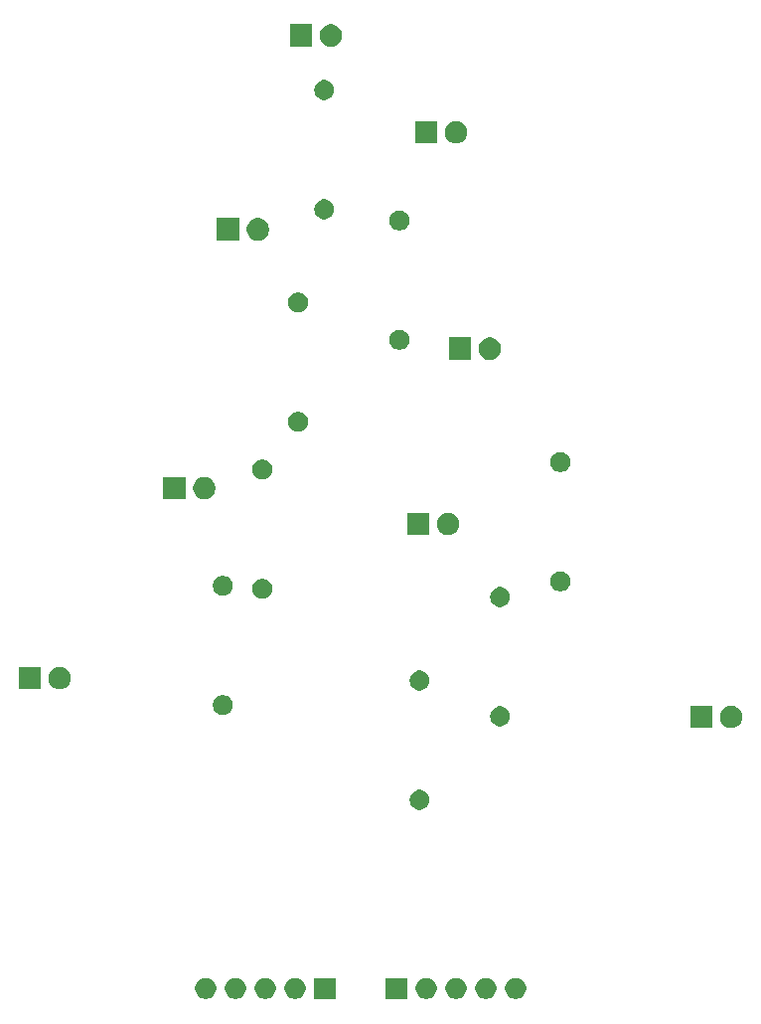
<source format=gts>
G04 #@! TF.GenerationSoftware,KiCad,Pcbnew,(5.1.5)-3*
G04 #@! TF.CreationDate,2020-10-31T02:18:32+01:00*
G04 #@! TF.ProjectId,Christmas B,43687269-7374-46d6-9173-20422e6b6963,rev?*
G04 #@! TF.SameCoordinates,Original*
G04 #@! TF.FileFunction,Soldermask,Top*
G04 #@! TF.FilePolarity,Negative*
%FSLAX46Y46*%
G04 Gerber Fmt 4.6, Leading zero omitted, Abs format (unit mm)*
G04 Created by KiCad (PCBNEW (5.1.5)-3) date 2020-10-31 02:18:32*
%MOMM*%
%LPD*%
G04 APERTURE LIST*
%ADD10C,0.100000*%
G04 APERTURE END LIST*
D10*
G36*
X108724000Y-149237000D02*
G01*
X106922000Y-149237000D01*
X106922000Y-147435000D01*
X108724000Y-147435000D01*
X108724000Y-149237000D01*
G37*
G36*
X115556512Y-147439927D02*
G01*
X115705812Y-147469624D01*
X115869784Y-147537544D01*
X116017354Y-147636147D01*
X116142853Y-147761646D01*
X116241456Y-147909216D01*
X116309376Y-148073188D01*
X116344000Y-148247259D01*
X116344000Y-148424741D01*
X116309376Y-148598812D01*
X116241456Y-148762784D01*
X116142853Y-148910354D01*
X116017354Y-149035853D01*
X115869784Y-149134456D01*
X115705812Y-149202376D01*
X115556512Y-149232073D01*
X115531742Y-149237000D01*
X115354258Y-149237000D01*
X115329488Y-149232073D01*
X115180188Y-149202376D01*
X115016216Y-149134456D01*
X114868646Y-149035853D01*
X114743147Y-148910354D01*
X114644544Y-148762784D01*
X114576624Y-148598812D01*
X114542000Y-148424741D01*
X114542000Y-148247259D01*
X114576624Y-148073188D01*
X114644544Y-147909216D01*
X114743147Y-147761646D01*
X114868646Y-147636147D01*
X115016216Y-147537544D01*
X115180188Y-147469624D01*
X115329488Y-147439927D01*
X115354258Y-147435000D01*
X115531742Y-147435000D01*
X115556512Y-147439927D01*
G37*
G36*
X102628000Y-149237000D02*
G01*
X100826000Y-149237000D01*
X100826000Y-147435000D01*
X102628000Y-147435000D01*
X102628000Y-149237000D01*
G37*
G36*
X99300512Y-147439927D02*
G01*
X99449812Y-147469624D01*
X99613784Y-147537544D01*
X99761354Y-147636147D01*
X99886853Y-147761646D01*
X99985456Y-147909216D01*
X100053376Y-148073188D01*
X100088000Y-148247259D01*
X100088000Y-148424741D01*
X100053376Y-148598812D01*
X99985456Y-148762784D01*
X99886853Y-148910354D01*
X99761354Y-149035853D01*
X99613784Y-149134456D01*
X99449812Y-149202376D01*
X99300512Y-149232073D01*
X99275742Y-149237000D01*
X99098258Y-149237000D01*
X99073488Y-149232073D01*
X98924188Y-149202376D01*
X98760216Y-149134456D01*
X98612646Y-149035853D01*
X98487147Y-148910354D01*
X98388544Y-148762784D01*
X98320624Y-148598812D01*
X98286000Y-148424741D01*
X98286000Y-148247259D01*
X98320624Y-148073188D01*
X98388544Y-147909216D01*
X98487147Y-147761646D01*
X98612646Y-147636147D01*
X98760216Y-147537544D01*
X98924188Y-147469624D01*
X99073488Y-147439927D01*
X99098258Y-147435000D01*
X99275742Y-147435000D01*
X99300512Y-147439927D01*
G37*
G36*
X96760512Y-147439927D02*
G01*
X96909812Y-147469624D01*
X97073784Y-147537544D01*
X97221354Y-147636147D01*
X97346853Y-147761646D01*
X97445456Y-147909216D01*
X97513376Y-148073188D01*
X97548000Y-148247259D01*
X97548000Y-148424741D01*
X97513376Y-148598812D01*
X97445456Y-148762784D01*
X97346853Y-148910354D01*
X97221354Y-149035853D01*
X97073784Y-149134456D01*
X96909812Y-149202376D01*
X96760512Y-149232073D01*
X96735742Y-149237000D01*
X96558258Y-149237000D01*
X96533488Y-149232073D01*
X96384188Y-149202376D01*
X96220216Y-149134456D01*
X96072646Y-149035853D01*
X95947147Y-148910354D01*
X95848544Y-148762784D01*
X95780624Y-148598812D01*
X95746000Y-148424741D01*
X95746000Y-148247259D01*
X95780624Y-148073188D01*
X95848544Y-147909216D01*
X95947147Y-147761646D01*
X96072646Y-147636147D01*
X96220216Y-147537544D01*
X96384188Y-147469624D01*
X96533488Y-147439927D01*
X96558258Y-147435000D01*
X96735742Y-147435000D01*
X96760512Y-147439927D01*
G37*
G36*
X94220512Y-147439927D02*
G01*
X94369812Y-147469624D01*
X94533784Y-147537544D01*
X94681354Y-147636147D01*
X94806853Y-147761646D01*
X94905456Y-147909216D01*
X94973376Y-148073188D01*
X95008000Y-148247259D01*
X95008000Y-148424741D01*
X94973376Y-148598812D01*
X94905456Y-148762784D01*
X94806853Y-148910354D01*
X94681354Y-149035853D01*
X94533784Y-149134456D01*
X94369812Y-149202376D01*
X94220512Y-149232073D01*
X94195742Y-149237000D01*
X94018258Y-149237000D01*
X93993488Y-149232073D01*
X93844188Y-149202376D01*
X93680216Y-149134456D01*
X93532646Y-149035853D01*
X93407147Y-148910354D01*
X93308544Y-148762784D01*
X93240624Y-148598812D01*
X93206000Y-148424741D01*
X93206000Y-148247259D01*
X93240624Y-148073188D01*
X93308544Y-147909216D01*
X93407147Y-147761646D01*
X93532646Y-147636147D01*
X93680216Y-147537544D01*
X93844188Y-147469624D01*
X93993488Y-147439927D01*
X94018258Y-147435000D01*
X94195742Y-147435000D01*
X94220512Y-147439927D01*
G37*
G36*
X91680512Y-147439927D02*
G01*
X91829812Y-147469624D01*
X91993784Y-147537544D01*
X92141354Y-147636147D01*
X92266853Y-147761646D01*
X92365456Y-147909216D01*
X92433376Y-148073188D01*
X92468000Y-148247259D01*
X92468000Y-148424741D01*
X92433376Y-148598812D01*
X92365456Y-148762784D01*
X92266853Y-148910354D01*
X92141354Y-149035853D01*
X91993784Y-149134456D01*
X91829812Y-149202376D01*
X91680512Y-149232073D01*
X91655742Y-149237000D01*
X91478258Y-149237000D01*
X91453488Y-149232073D01*
X91304188Y-149202376D01*
X91140216Y-149134456D01*
X90992646Y-149035853D01*
X90867147Y-148910354D01*
X90768544Y-148762784D01*
X90700624Y-148598812D01*
X90666000Y-148424741D01*
X90666000Y-148247259D01*
X90700624Y-148073188D01*
X90768544Y-147909216D01*
X90867147Y-147761646D01*
X90992646Y-147636147D01*
X91140216Y-147537544D01*
X91304188Y-147469624D01*
X91453488Y-147439927D01*
X91478258Y-147435000D01*
X91655742Y-147435000D01*
X91680512Y-147439927D01*
G37*
G36*
X118096512Y-147439927D02*
G01*
X118245812Y-147469624D01*
X118409784Y-147537544D01*
X118557354Y-147636147D01*
X118682853Y-147761646D01*
X118781456Y-147909216D01*
X118849376Y-148073188D01*
X118884000Y-148247259D01*
X118884000Y-148424741D01*
X118849376Y-148598812D01*
X118781456Y-148762784D01*
X118682853Y-148910354D01*
X118557354Y-149035853D01*
X118409784Y-149134456D01*
X118245812Y-149202376D01*
X118096512Y-149232073D01*
X118071742Y-149237000D01*
X117894258Y-149237000D01*
X117869488Y-149232073D01*
X117720188Y-149202376D01*
X117556216Y-149134456D01*
X117408646Y-149035853D01*
X117283147Y-148910354D01*
X117184544Y-148762784D01*
X117116624Y-148598812D01*
X117082000Y-148424741D01*
X117082000Y-148247259D01*
X117116624Y-148073188D01*
X117184544Y-147909216D01*
X117283147Y-147761646D01*
X117408646Y-147636147D01*
X117556216Y-147537544D01*
X117720188Y-147469624D01*
X117869488Y-147439927D01*
X117894258Y-147435000D01*
X118071742Y-147435000D01*
X118096512Y-147439927D01*
G37*
G36*
X113016512Y-147439927D02*
G01*
X113165812Y-147469624D01*
X113329784Y-147537544D01*
X113477354Y-147636147D01*
X113602853Y-147761646D01*
X113701456Y-147909216D01*
X113769376Y-148073188D01*
X113804000Y-148247259D01*
X113804000Y-148424741D01*
X113769376Y-148598812D01*
X113701456Y-148762784D01*
X113602853Y-148910354D01*
X113477354Y-149035853D01*
X113329784Y-149134456D01*
X113165812Y-149202376D01*
X113016512Y-149232073D01*
X112991742Y-149237000D01*
X112814258Y-149237000D01*
X112789488Y-149232073D01*
X112640188Y-149202376D01*
X112476216Y-149134456D01*
X112328646Y-149035853D01*
X112203147Y-148910354D01*
X112104544Y-148762784D01*
X112036624Y-148598812D01*
X112002000Y-148424741D01*
X112002000Y-148247259D01*
X112036624Y-148073188D01*
X112104544Y-147909216D01*
X112203147Y-147761646D01*
X112328646Y-147636147D01*
X112476216Y-147537544D01*
X112640188Y-147469624D01*
X112789488Y-147439927D01*
X112814258Y-147435000D01*
X112991742Y-147435000D01*
X113016512Y-147439927D01*
G37*
G36*
X110476512Y-147439927D02*
G01*
X110625812Y-147469624D01*
X110789784Y-147537544D01*
X110937354Y-147636147D01*
X111062853Y-147761646D01*
X111161456Y-147909216D01*
X111229376Y-148073188D01*
X111264000Y-148247259D01*
X111264000Y-148424741D01*
X111229376Y-148598812D01*
X111161456Y-148762784D01*
X111062853Y-148910354D01*
X110937354Y-149035853D01*
X110789784Y-149134456D01*
X110625812Y-149202376D01*
X110476512Y-149232073D01*
X110451742Y-149237000D01*
X110274258Y-149237000D01*
X110249488Y-149232073D01*
X110100188Y-149202376D01*
X109936216Y-149134456D01*
X109788646Y-149035853D01*
X109663147Y-148910354D01*
X109564544Y-148762784D01*
X109496624Y-148598812D01*
X109462000Y-148424741D01*
X109462000Y-148247259D01*
X109496624Y-148073188D01*
X109564544Y-147909216D01*
X109663147Y-147761646D01*
X109788646Y-147636147D01*
X109936216Y-147537544D01*
X110100188Y-147469624D01*
X110249488Y-147439927D01*
X110274258Y-147435000D01*
X110451742Y-147435000D01*
X110476512Y-147439927D01*
G37*
G36*
X110039728Y-131452203D02*
G01*
X110194600Y-131516353D01*
X110333981Y-131609485D01*
X110452515Y-131728019D01*
X110545647Y-131867400D01*
X110609797Y-132022272D01*
X110642500Y-132186684D01*
X110642500Y-132354316D01*
X110609797Y-132518728D01*
X110545647Y-132673600D01*
X110452515Y-132812981D01*
X110333981Y-132931515D01*
X110194600Y-133024647D01*
X110039728Y-133088797D01*
X109875316Y-133121500D01*
X109707684Y-133121500D01*
X109543272Y-133088797D01*
X109388400Y-133024647D01*
X109249019Y-132931515D01*
X109130485Y-132812981D01*
X109037353Y-132673600D01*
X108973203Y-132518728D01*
X108940500Y-132354316D01*
X108940500Y-132186684D01*
X108973203Y-132022272D01*
X109037353Y-131867400D01*
X109130485Y-131728019D01*
X109249019Y-131609485D01*
X109388400Y-131516353D01*
X109543272Y-131452203D01*
X109707684Y-131419500D01*
X109875316Y-131419500D01*
X110039728Y-131452203D01*
G37*
G36*
X134745500Y-126173000D02*
G01*
X132843500Y-126173000D01*
X132843500Y-124271000D01*
X134745500Y-124271000D01*
X134745500Y-126173000D01*
G37*
G36*
X136611895Y-124307546D02*
G01*
X136784966Y-124379234D01*
X136822559Y-124404353D01*
X136940727Y-124483310D01*
X137073190Y-124615773D01*
X137073191Y-124615775D01*
X137177266Y-124771534D01*
X137248954Y-124944605D01*
X137285500Y-125128333D01*
X137285500Y-125315667D01*
X137248954Y-125499395D01*
X137177266Y-125672466D01*
X137158213Y-125700981D01*
X137073190Y-125828227D01*
X136940727Y-125960690D01*
X136916624Y-125976795D01*
X136784966Y-126064766D01*
X136611895Y-126136454D01*
X136428167Y-126173000D01*
X136240833Y-126173000D01*
X136057105Y-126136454D01*
X135884034Y-126064766D01*
X135752376Y-125976795D01*
X135728273Y-125960690D01*
X135595810Y-125828227D01*
X135510787Y-125700981D01*
X135491734Y-125672466D01*
X135420046Y-125499395D01*
X135383500Y-125315667D01*
X135383500Y-125128333D01*
X135420046Y-124944605D01*
X135491734Y-124771534D01*
X135595809Y-124615775D01*
X135595810Y-124615773D01*
X135728273Y-124483310D01*
X135846441Y-124404353D01*
X135884034Y-124379234D01*
X136057105Y-124307546D01*
X136240833Y-124271000D01*
X136428167Y-124271000D01*
X136611895Y-124307546D01*
G37*
G36*
X116897728Y-124340203D02*
G01*
X117052600Y-124404353D01*
X117191981Y-124497485D01*
X117310515Y-124616019D01*
X117403647Y-124755400D01*
X117467797Y-124910272D01*
X117500500Y-125074684D01*
X117500500Y-125242316D01*
X117467797Y-125406728D01*
X117403647Y-125561600D01*
X117310515Y-125700981D01*
X117191981Y-125819515D01*
X117052600Y-125912647D01*
X116897728Y-125976797D01*
X116733316Y-126009500D01*
X116565684Y-126009500D01*
X116401272Y-125976797D01*
X116246400Y-125912647D01*
X116107019Y-125819515D01*
X115988485Y-125700981D01*
X115895353Y-125561600D01*
X115831203Y-125406728D01*
X115798500Y-125242316D01*
X115798500Y-125074684D01*
X115831203Y-124910272D01*
X115895353Y-124755400D01*
X115988485Y-124616019D01*
X116107019Y-124497485D01*
X116246400Y-124404353D01*
X116401272Y-124340203D01*
X116565684Y-124307500D01*
X116733316Y-124307500D01*
X116897728Y-124340203D01*
G37*
G36*
X93275728Y-123387703D02*
G01*
X93430600Y-123451853D01*
X93569981Y-123544985D01*
X93688515Y-123663519D01*
X93781647Y-123802900D01*
X93845797Y-123957772D01*
X93878500Y-124122184D01*
X93878500Y-124289816D01*
X93845797Y-124454228D01*
X93781647Y-124609100D01*
X93688515Y-124748481D01*
X93569981Y-124867015D01*
X93430600Y-124960147D01*
X93275728Y-125024297D01*
X93111316Y-125057000D01*
X92943684Y-125057000D01*
X92779272Y-125024297D01*
X92624400Y-124960147D01*
X92485019Y-124867015D01*
X92366485Y-124748481D01*
X92273353Y-124609100D01*
X92209203Y-124454228D01*
X92176500Y-124289816D01*
X92176500Y-124122184D01*
X92209203Y-123957772D01*
X92273353Y-123802900D01*
X92366485Y-123663519D01*
X92485019Y-123544985D01*
X92624400Y-123451853D01*
X92779272Y-123387703D01*
X92943684Y-123355000D01*
X93111316Y-123355000D01*
X93275728Y-123387703D01*
G37*
G36*
X110039728Y-121292203D02*
G01*
X110194600Y-121356353D01*
X110333981Y-121449485D01*
X110452515Y-121568019D01*
X110545647Y-121707400D01*
X110609797Y-121862272D01*
X110642500Y-122026684D01*
X110642500Y-122194316D01*
X110609797Y-122358728D01*
X110545647Y-122513600D01*
X110452515Y-122652981D01*
X110333981Y-122771515D01*
X110194600Y-122864647D01*
X110039728Y-122928797D01*
X109875316Y-122961500D01*
X109707684Y-122961500D01*
X109543272Y-122928797D01*
X109388400Y-122864647D01*
X109249019Y-122771515D01*
X109130485Y-122652981D01*
X109037353Y-122513600D01*
X108973203Y-122358728D01*
X108940500Y-122194316D01*
X108940500Y-122026684D01*
X108973203Y-121862272D01*
X109037353Y-121707400D01*
X109130485Y-121568019D01*
X109249019Y-121449485D01*
X109388400Y-121356353D01*
X109543272Y-121292203D01*
X109707684Y-121259500D01*
X109875316Y-121259500D01*
X110039728Y-121292203D01*
G37*
G36*
X79398395Y-121005546D02*
G01*
X79571466Y-121077234D01*
X79571467Y-121077235D01*
X79727227Y-121181310D01*
X79859690Y-121313773D01*
X79859691Y-121313775D01*
X79963766Y-121469534D01*
X80035454Y-121642605D01*
X80072000Y-121826333D01*
X80072000Y-122013667D01*
X80035454Y-122197395D01*
X79963766Y-122370466D01*
X79963765Y-122370467D01*
X79859690Y-122526227D01*
X79727227Y-122658690D01*
X79648818Y-122711081D01*
X79571466Y-122762766D01*
X79398395Y-122834454D01*
X79214667Y-122871000D01*
X79027333Y-122871000D01*
X78843605Y-122834454D01*
X78670534Y-122762766D01*
X78593182Y-122711081D01*
X78514773Y-122658690D01*
X78382310Y-122526227D01*
X78278235Y-122370467D01*
X78278234Y-122370466D01*
X78206546Y-122197395D01*
X78170000Y-122013667D01*
X78170000Y-121826333D01*
X78206546Y-121642605D01*
X78278234Y-121469534D01*
X78382309Y-121313775D01*
X78382310Y-121313773D01*
X78514773Y-121181310D01*
X78670533Y-121077235D01*
X78670534Y-121077234D01*
X78843605Y-121005546D01*
X79027333Y-120969000D01*
X79214667Y-120969000D01*
X79398395Y-121005546D01*
G37*
G36*
X77532000Y-122871000D02*
G01*
X75630000Y-122871000D01*
X75630000Y-120969000D01*
X77532000Y-120969000D01*
X77532000Y-122871000D01*
G37*
G36*
X116897728Y-114180203D02*
G01*
X117052600Y-114244353D01*
X117191981Y-114337485D01*
X117310515Y-114456019D01*
X117403647Y-114595400D01*
X117467797Y-114750272D01*
X117500500Y-114914684D01*
X117500500Y-115082316D01*
X117467797Y-115246728D01*
X117403647Y-115401600D01*
X117310515Y-115540981D01*
X117191981Y-115659515D01*
X117052600Y-115752647D01*
X116897728Y-115816797D01*
X116733316Y-115849500D01*
X116565684Y-115849500D01*
X116401272Y-115816797D01*
X116246400Y-115752647D01*
X116107019Y-115659515D01*
X115988485Y-115540981D01*
X115895353Y-115401600D01*
X115831203Y-115246728D01*
X115798500Y-115082316D01*
X115798500Y-114914684D01*
X115831203Y-114750272D01*
X115895353Y-114595400D01*
X115988485Y-114456019D01*
X116107019Y-114337485D01*
X116246400Y-114244353D01*
X116401272Y-114180203D01*
X116565684Y-114147500D01*
X116733316Y-114147500D01*
X116897728Y-114180203D01*
G37*
G36*
X96641228Y-113481703D02*
G01*
X96796100Y-113545853D01*
X96935481Y-113638985D01*
X97054015Y-113757519D01*
X97147147Y-113896900D01*
X97211297Y-114051772D01*
X97244000Y-114216184D01*
X97244000Y-114383816D01*
X97211297Y-114548228D01*
X97147147Y-114703100D01*
X97054015Y-114842481D01*
X96935481Y-114961015D01*
X96796100Y-115054147D01*
X96641228Y-115118297D01*
X96476816Y-115151000D01*
X96309184Y-115151000D01*
X96144772Y-115118297D01*
X95989900Y-115054147D01*
X95850519Y-114961015D01*
X95731985Y-114842481D01*
X95638853Y-114703100D01*
X95574703Y-114548228D01*
X95542000Y-114383816D01*
X95542000Y-114216184D01*
X95574703Y-114051772D01*
X95638853Y-113896900D01*
X95731985Y-113757519D01*
X95850519Y-113638985D01*
X95989900Y-113545853D01*
X96144772Y-113481703D01*
X96309184Y-113449000D01*
X96476816Y-113449000D01*
X96641228Y-113481703D01*
G37*
G36*
X93275728Y-113227703D02*
G01*
X93430600Y-113291853D01*
X93569981Y-113384985D01*
X93688515Y-113503519D01*
X93781647Y-113642900D01*
X93845797Y-113797772D01*
X93878500Y-113962184D01*
X93878500Y-114129816D01*
X93845797Y-114294228D01*
X93781647Y-114449100D01*
X93688515Y-114588481D01*
X93569981Y-114707015D01*
X93430600Y-114800147D01*
X93275728Y-114864297D01*
X93111316Y-114897000D01*
X92943684Y-114897000D01*
X92779272Y-114864297D01*
X92624400Y-114800147D01*
X92485019Y-114707015D01*
X92366485Y-114588481D01*
X92273353Y-114449100D01*
X92209203Y-114294228D01*
X92176500Y-114129816D01*
X92176500Y-113962184D01*
X92209203Y-113797772D01*
X92273353Y-113642900D01*
X92366485Y-113503519D01*
X92485019Y-113384985D01*
X92624400Y-113291853D01*
X92779272Y-113227703D01*
X92943684Y-113195000D01*
X93111316Y-113195000D01*
X93275728Y-113227703D01*
G37*
G36*
X122041228Y-112846703D02*
G01*
X122196100Y-112910853D01*
X122335481Y-113003985D01*
X122454015Y-113122519D01*
X122547147Y-113261900D01*
X122611297Y-113416772D01*
X122644000Y-113581184D01*
X122644000Y-113748816D01*
X122611297Y-113913228D01*
X122547147Y-114068100D01*
X122454015Y-114207481D01*
X122335481Y-114326015D01*
X122196100Y-114419147D01*
X122041228Y-114483297D01*
X121876816Y-114516000D01*
X121709184Y-114516000D01*
X121544772Y-114483297D01*
X121389900Y-114419147D01*
X121250519Y-114326015D01*
X121131985Y-114207481D01*
X121038853Y-114068100D01*
X120974703Y-113913228D01*
X120942000Y-113748816D01*
X120942000Y-113581184D01*
X120974703Y-113416772D01*
X121038853Y-113261900D01*
X121131985Y-113122519D01*
X121250519Y-113003985D01*
X121389900Y-112910853D01*
X121544772Y-112846703D01*
X121709184Y-112814000D01*
X121876816Y-112814000D01*
X122041228Y-112846703D01*
G37*
G36*
X112481895Y-107861046D02*
G01*
X112654966Y-107932734D01*
X112654967Y-107932735D01*
X112810727Y-108036810D01*
X112943190Y-108169273D01*
X112943191Y-108169275D01*
X113047266Y-108325034D01*
X113118954Y-108498105D01*
X113155500Y-108681833D01*
X113155500Y-108869167D01*
X113118954Y-109052895D01*
X113047266Y-109225966D01*
X113047265Y-109225967D01*
X112943190Y-109381727D01*
X112810727Y-109514190D01*
X112732318Y-109566581D01*
X112654966Y-109618266D01*
X112481895Y-109689954D01*
X112298167Y-109726500D01*
X112110833Y-109726500D01*
X111927105Y-109689954D01*
X111754034Y-109618266D01*
X111676682Y-109566581D01*
X111598273Y-109514190D01*
X111465810Y-109381727D01*
X111361735Y-109225967D01*
X111361734Y-109225966D01*
X111290046Y-109052895D01*
X111253500Y-108869167D01*
X111253500Y-108681833D01*
X111290046Y-108498105D01*
X111361734Y-108325034D01*
X111465809Y-108169275D01*
X111465810Y-108169273D01*
X111598273Y-108036810D01*
X111754033Y-107932735D01*
X111754034Y-107932734D01*
X111927105Y-107861046D01*
X112110833Y-107824500D01*
X112298167Y-107824500D01*
X112481895Y-107861046D01*
G37*
G36*
X110615500Y-109726500D02*
G01*
X108713500Y-109726500D01*
X108713500Y-107824500D01*
X110615500Y-107824500D01*
X110615500Y-109726500D01*
G37*
G36*
X89851000Y-106678500D02*
G01*
X87949000Y-106678500D01*
X87949000Y-104776500D01*
X89851000Y-104776500D01*
X89851000Y-106678500D01*
G37*
G36*
X91717395Y-104813046D02*
G01*
X91890466Y-104884734D01*
X91904555Y-104894148D01*
X92046227Y-104988810D01*
X92178690Y-105121273D01*
X92178691Y-105121275D01*
X92282766Y-105277034D01*
X92354454Y-105450105D01*
X92391000Y-105633833D01*
X92391000Y-105821167D01*
X92354454Y-106004895D01*
X92282766Y-106177966D01*
X92282765Y-106177967D01*
X92178690Y-106333727D01*
X92046227Y-106466190D01*
X91967818Y-106518581D01*
X91890466Y-106570266D01*
X91717395Y-106641954D01*
X91533667Y-106678500D01*
X91346333Y-106678500D01*
X91162605Y-106641954D01*
X90989534Y-106570266D01*
X90912182Y-106518581D01*
X90833773Y-106466190D01*
X90701310Y-106333727D01*
X90597235Y-106177967D01*
X90597234Y-106177966D01*
X90525546Y-106004895D01*
X90489000Y-105821167D01*
X90489000Y-105633833D01*
X90525546Y-105450105D01*
X90597234Y-105277034D01*
X90701309Y-105121275D01*
X90701310Y-105121273D01*
X90833773Y-104988810D01*
X90975445Y-104894148D01*
X90989534Y-104884734D01*
X91162605Y-104813046D01*
X91346333Y-104776500D01*
X91533667Y-104776500D01*
X91717395Y-104813046D01*
G37*
G36*
X96641228Y-103321703D02*
G01*
X96796100Y-103385853D01*
X96935481Y-103478985D01*
X97054015Y-103597519D01*
X97147147Y-103736900D01*
X97211297Y-103891772D01*
X97244000Y-104056184D01*
X97244000Y-104223816D01*
X97211297Y-104388228D01*
X97147147Y-104543100D01*
X97054015Y-104682481D01*
X96935481Y-104801015D01*
X96796100Y-104894147D01*
X96641228Y-104958297D01*
X96476816Y-104991000D01*
X96309184Y-104991000D01*
X96144772Y-104958297D01*
X95989900Y-104894147D01*
X95850519Y-104801015D01*
X95731985Y-104682481D01*
X95638853Y-104543100D01*
X95574703Y-104388228D01*
X95542000Y-104223816D01*
X95542000Y-104056184D01*
X95574703Y-103891772D01*
X95638853Y-103736900D01*
X95731985Y-103597519D01*
X95850519Y-103478985D01*
X95989900Y-103385853D01*
X96144772Y-103321703D01*
X96309184Y-103289000D01*
X96476816Y-103289000D01*
X96641228Y-103321703D01*
G37*
G36*
X122041228Y-102686703D02*
G01*
X122196100Y-102750853D01*
X122335481Y-102843985D01*
X122454015Y-102962519D01*
X122547147Y-103101900D01*
X122611297Y-103256772D01*
X122644000Y-103421184D01*
X122644000Y-103588816D01*
X122611297Y-103753228D01*
X122547147Y-103908100D01*
X122454015Y-104047481D01*
X122335481Y-104166015D01*
X122196100Y-104259147D01*
X122041228Y-104323297D01*
X121876816Y-104356000D01*
X121709184Y-104356000D01*
X121544772Y-104323297D01*
X121389900Y-104259147D01*
X121250519Y-104166015D01*
X121131985Y-104047481D01*
X121038853Y-103908100D01*
X120974703Y-103753228D01*
X120942000Y-103588816D01*
X120942000Y-103421184D01*
X120974703Y-103256772D01*
X121038853Y-103101900D01*
X121131985Y-102962519D01*
X121250519Y-102843985D01*
X121389900Y-102750853D01*
X121544772Y-102686703D01*
X121709184Y-102654000D01*
X121876816Y-102654000D01*
X122041228Y-102686703D01*
G37*
G36*
X99689228Y-99257703D02*
G01*
X99844100Y-99321853D01*
X99983481Y-99414985D01*
X100102015Y-99533519D01*
X100195147Y-99672900D01*
X100259297Y-99827772D01*
X100292000Y-99992184D01*
X100292000Y-100159816D01*
X100259297Y-100324228D01*
X100195147Y-100479100D01*
X100102015Y-100618481D01*
X99983481Y-100737015D01*
X99844100Y-100830147D01*
X99689228Y-100894297D01*
X99524816Y-100927000D01*
X99357184Y-100927000D01*
X99192772Y-100894297D01*
X99037900Y-100830147D01*
X98898519Y-100737015D01*
X98779985Y-100618481D01*
X98686853Y-100479100D01*
X98622703Y-100324228D01*
X98590000Y-100159816D01*
X98590000Y-99992184D01*
X98622703Y-99827772D01*
X98686853Y-99672900D01*
X98779985Y-99533519D01*
X98898519Y-99414985D01*
X99037900Y-99321853D01*
X99192772Y-99257703D01*
X99357184Y-99225000D01*
X99524816Y-99225000D01*
X99689228Y-99257703D01*
G37*
G36*
X116037895Y-92938546D02*
G01*
X116210966Y-93010234D01*
X116210967Y-93010235D01*
X116366727Y-93114310D01*
X116499190Y-93246773D01*
X116499191Y-93246775D01*
X116603266Y-93402534D01*
X116674954Y-93575605D01*
X116711500Y-93759333D01*
X116711500Y-93946667D01*
X116674954Y-94130395D01*
X116603266Y-94303466D01*
X116603265Y-94303467D01*
X116499190Y-94459227D01*
X116366727Y-94591690D01*
X116288318Y-94644081D01*
X116210966Y-94695766D01*
X116037895Y-94767454D01*
X115854167Y-94804000D01*
X115666833Y-94804000D01*
X115483105Y-94767454D01*
X115310034Y-94695766D01*
X115232682Y-94644081D01*
X115154273Y-94591690D01*
X115021810Y-94459227D01*
X114917735Y-94303467D01*
X114917734Y-94303466D01*
X114846046Y-94130395D01*
X114809500Y-93946667D01*
X114809500Y-93759333D01*
X114846046Y-93575605D01*
X114917734Y-93402534D01*
X115021809Y-93246775D01*
X115021810Y-93246773D01*
X115154273Y-93114310D01*
X115310033Y-93010235D01*
X115310034Y-93010234D01*
X115483105Y-92938546D01*
X115666833Y-92902000D01*
X115854167Y-92902000D01*
X116037895Y-92938546D01*
G37*
G36*
X114171500Y-94804000D02*
G01*
X112269500Y-94804000D01*
X112269500Y-92902000D01*
X114171500Y-92902000D01*
X114171500Y-94804000D01*
G37*
G36*
X108325228Y-92272703D02*
G01*
X108480100Y-92336853D01*
X108619481Y-92429985D01*
X108738015Y-92548519D01*
X108831147Y-92687900D01*
X108895297Y-92842772D01*
X108928000Y-93007184D01*
X108928000Y-93174816D01*
X108895297Y-93339228D01*
X108831147Y-93494100D01*
X108738015Y-93633481D01*
X108619481Y-93752015D01*
X108480100Y-93845147D01*
X108325228Y-93909297D01*
X108160816Y-93942000D01*
X107993184Y-93942000D01*
X107828772Y-93909297D01*
X107673900Y-93845147D01*
X107534519Y-93752015D01*
X107415985Y-93633481D01*
X107322853Y-93494100D01*
X107258703Y-93339228D01*
X107226000Y-93174816D01*
X107226000Y-93007184D01*
X107258703Y-92842772D01*
X107322853Y-92687900D01*
X107415985Y-92548519D01*
X107534519Y-92429985D01*
X107673900Y-92336853D01*
X107828772Y-92272703D01*
X107993184Y-92240000D01*
X108160816Y-92240000D01*
X108325228Y-92272703D01*
G37*
G36*
X99689228Y-89097703D02*
G01*
X99844100Y-89161853D01*
X99983481Y-89254985D01*
X100102015Y-89373519D01*
X100195147Y-89512900D01*
X100259297Y-89667772D01*
X100292000Y-89832184D01*
X100292000Y-89999816D01*
X100259297Y-90164228D01*
X100195147Y-90319100D01*
X100102015Y-90458481D01*
X99983481Y-90577015D01*
X99844100Y-90670147D01*
X99689228Y-90734297D01*
X99524816Y-90767000D01*
X99357184Y-90767000D01*
X99192772Y-90734297D01*
X99037900Y-90670147D01*
X98898519Y-90577015D01*
X98779985Y-90458481D01*
X98686853Y-90319100D01*
X98622703Y-90164228D01*
X98590000Y-89999816D01*
X98590000Y-89832184D01*
X98622703Y-89667772D01*
X98686853Y-89512900D01*
X98779985Y-89373519D01*
X98898519Y-89254985D01*
X99037900Y-89161853D01*
X99192772Y-89097703D01*
X99357184Y-89065000D01*
X99524816Y-89065000D01*
X99689228Y-89097703D01*
G37*
G36*
X96289395Y-82778546D02*
G01*
X96462466Y-82850234D01*
X96462467Y-82850235D01*
X96618227Y-82954310D01*
X96750690Y-83086773D01*
X96750691Y-83086775D01*
X96854766Y-83242534D01*
X96926454Y-83415605D01*
X96963000Y-83599333D01*
X96963000Y-83786667D01*
X96926454Y-83970395D01*
X96854766Y-84143466D01*
X96854765Y-84143467D01*
X96750690Y-84299227D01*
X96618227Y-84431690D01*
X96539818Y-84484081D01*
X96462466Y-84535766D01*
X96289395Y-84607454D01*
X96105667Y-84644000D01*
X95918333Y-84644000D01*
X95734605Y-84607454D01*
X95561534Y-84535766D01*
X95484182Y-84484081D01*
X95405773Y-84431690D01*
X95273310Y-84299227D01*
X95169235Y-84143467D01*
X95169234Y-84143466D01*
X95097546Y-83970395D01*
X95061000Y-83786667D01*
X95061000Y-83599333D01*
X95097546Y-83415605D01*
X95169234Y-83242534D01*
X95273309Y-83086775D01*
X95273310Y-83086773D01*
X95405773Y-82954310D01*
X95561533Y-82850235D01*
X95561534Y-82850234D01*
X95734605Y-82778546D01*
X95918333Y-82742000D01*
X96105667Y-82742000D01*
X96289395Y-82778546D01*
G37*
G36*
X94423000Y-84644000D02*
G01*
X92521000Y-84644000D01*
X92521000Y-82742000D01*
X94423000Y-82742000D01*
X94423000Y-84644000D01*
G37*
G36*
X108325228Y-82112703D02*
G01*
X108480100Y-82176853D01*
X108619481Y-82269985D01*
X108738015Y-82388519D01*
X108831147Y-82527900D01*
X108895297Y-82682772D01*
X108928000Y-82847184D01*
X108928000Y-83014816D01*
X108895297Y-83179228D01*
X108831147Y-83334100D01*
X108738015Y-83473481D01*
X108619481Y-83592015D01*
X108480100Y-83685147D01*
X108325228Y-83749297D01*
X108160816Y-83782000D01*
X107993184Y-83782000D01*
X107828772Y-83749297D01*
X107673900Y-83685147D01*
X107534519Y-83592015D01*
X107415985Y-83473481D01*
X107322853Y-83334100D01*
X107258703Y-83179228D01*
X107226000Y-83014816D01*
X107226000Y-82847184D01*
X107258703Y-82682772D01*
X107322853Y-82527900D01*
X107415985Y-82388519D01*
X107534519Y-82269985D01*
X107673900Y-82176853D01*
X107828772Y-82112703D01*
X107993184Y-82080000D01*
X108160816Y-82080000D01*
X108325228Y-82112703D01*
G37*
G36*
X101911728Y-81160203D02*
G01*
X102066600Y-81224353D01*
X102205981Y-81317485D01*
X102324515Y-81436019D01*
X102417647Y-81575400D01*
X102481797Y-81730272D01*
X102514500Y-81894684D01*
X102514500Y-82062316D01*
X102481797Y-82226728D01*
X102417647Y-82381600D01*
X102324515Y-82520981D01*
X102205981Y-82639515D01*
X102066600Y-82732647D01*
X101911728Y-82796797D01*
X101747316Y-82829500D01*
X101579684Y-82829500D01*
X101415272Y-82796797D01*
X101260400Y-82732647D01*
X101121019Y-82639515D01*
X101002485Y-82520981D01*
X100909353Y-82381600D01*
X100845203Y-82226728D01*
X100812500Y-82062316D01*
X100812500Y-81894684D01*
X100845203Y-81730272D01*
X100909353Y-81575400D01*
X101002485Y-81436019D01*
X101121019Y-81317485D01*
X101260400Y-81224353D01*
X101415272Y-81160203D01*
X101579684Y-81127500D01*
X101747316Y-81127500D01*
X101911728Y-81160203D01*
G37*
G36*
X111314000Y-76389000D02*
G01*
X109412000Y-76389000D01*
X109412000Y-74487000D01*
X111314000Y-74487000D01*
X111314000Y-76389000D01*
G37*
G36*
X113180395Y-74523546D02*
G01*
X113353466Y-74595234D01*
X113353467Y-74595235D01*
X113509227Y-74699310D01*
X113641690Y-74831773D01*
X113641691Y-74831775D01*
X113745766Y-74987534D01*
X113817454Y-75160605D01*
X113854000Y-75344333D01*
X113854000Y-75531667D01*
X113817454Y-75715395D01*
X113745766Y-75888466D01*
X113745765Y-75888467D01*
X113641690Y-76044227D01*
X113509227Y-76176690D01*
X113430818Y-76229081D01*
X113353466Y-76280766D01*
X113180395Y-76352454D01*
X112996667Y-76389000D01*
X112809333Y-76389000D01*
X112625605Y-76352454D01*
X112452534Y-76280766D01*
X112375182Y-76229081D01*
X112296773Y-76176690D01*
X112164310Y-76044227D01*
X112060235Y-75888467D01*
X112060234Y-75888466D01*
X111988546Y-75715395D01*
X111952000Y-75531667D01*
X111952000Y-75344333D01*
X111988546Y-75160605D01*
X112060234Y-74987534D01*
X112164309Y-74831775D01*
X112164310Y-74831773D01*
X112296773Y-74699310D01*
X112452533Y-74595235D01*
X112452534Y-74595234D01*
X112625605Y-74523546D01*
X112809333Y-74487000D01*
X112996667Y-74487000D01*
X113180395Y-74523546D01*
G37*
G36*
X101911728Y-71000203D02*
G01*
X102066600Y-71064353D01*
X102205981Y-71157485D01*
X102324515Y-71276019D01*
X102417647Y-71415400D01*
X102481797Y-71570272D01*
X102514500Y-71734684D01*
X102514500Y-71902316D01*
X102481797Y-72066728D01*
X102417647Y-72221600D01*
X102324515Y-72360981D01*
X102205981Y-72479515D01*
X102066600Y-72572647D01*
X101911728Y-72636797D01*
X101747316Y-72669500D01*
X101579684Y-72669500D01*
X101415272Y-72636797D01*
X101260400Y-72572647D01*
X101121019Y-72479515D01*
X101002485Y-72360981D01*
X100909353Y-72221600D01*
X100845203Y-72066728D01*
X100812500Y-71902316D01*
X100812500Y-71734684D01*
X100845203Y-71570272D01*
X100909353Y-71415400D01*
X101002485Y-71276019D01*
X101121019Y-71157485D01*
X101260400Y-71064353D01*
X101415272Y-71000203D01*
X101579684Y-70967500D01*
X101747316Y-70967500D01*
X101911728Y-71000203D01*
G37*
G36*
X100646000Y-68134000D02*
G01*
X98744000Y-68134000D01*
X98744000Y-66232000D01*
X100646000Y-66232000D01*
X100646000Y-68134000D01*
G37*
G36*
X102512395Y-66268546D02*
G01*
X102685466Y-66340234D01*
X102685467Y-66340235D01*
X102841227Y-66444310D01*
X102973690Y-66576773D01*
X102973691Y-66576775D01*
X103077766Y-66732534D01*
X103149454Y-66905605D01*
X103186000Y-67089333D01*
X103186000Y-67276667D01*
X103149454Y-67460395D01*
X103077766Y-67633466D01*
X103077765Y-67633467D01*
X102973690Y-67789227D01*
X102841227Y-67921690D01*
X102762818Y-67974081D01*
X102685466Y-68025766D01*
X102512395Y-68097454D01*
X102328667Y-68134000D01*
X102141333Y-68134000D01*
X101957605Y-68097454D01*
X101784534Y-68025766D01*
X101707182Y-67974081D01*
X101628773Y-67921690D01*
X101496310Y-67789227D01*
X101392235Y-67633467D01*
X101392234Y-67633466D01*
X101320546Y-67460395D01*
X101284000Y-67276667D01*
X101284000Y-67089333D01*
X101320546Y-66905605D01*
X101392234Y-66732534D01*
X101496309Y-66576775D01*
X101496310Y-66576773D01*
X101628773Y-66444310D01*
X101784533Y-66340235D01*
X101784534Y-66340234D01*
X101957605Y-66268546D01*
X102141333Y-66232000D01*
X102328667Y-66232000D01*
X102512395Y-66268546D01*
G37*
M02*

</source>
